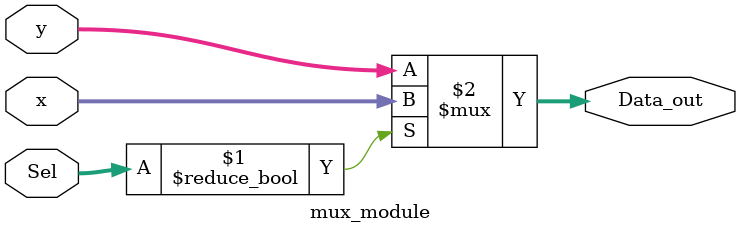
<source format=v>
module mux_module //Parameter MUX module
#(
   //
  parameter DATA_WIDTH = 32
)//Input and output variables for the module:
(
   input [(DATA_WIDTH-1):0] x,
   input [(DATA_WIDTH-1):0] y,
	input [1:0] Sel,
	output [(DATA_WIDTH-1):0] Data_out
);
//Ternary assigment condition for the MUX data 
assign Data_out = Sel ? x : y ; 
endmodule 
</source>
